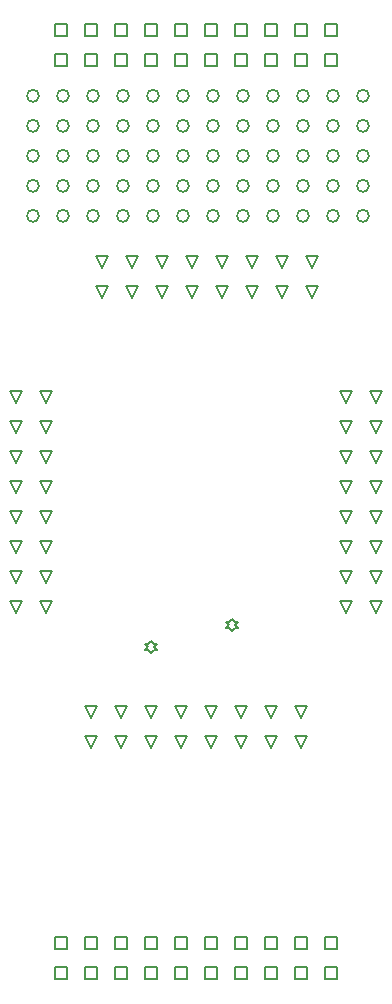
<source format=gbr>
%TF.GenerationSoftware,Altium Limited,Altium Designer,23.4.1 (23)*%
G04 Layer_Color=2752767*
%FSLAX45Y45*%
%MOMM*%
%TF.SameCoordinates,37F79050-5382-499E-8BED-BD4E09E40BF1*%
%TF.FilePolarity,Positive*%
%TF.FileFunction,Drawing*%
%TF.Part,Single*%
G01*
G75*
%TA.AperFunction,NonConductor*%
%ADD27C,0.12700*%
%ADD112C,0.16933*%
D27*
X2743200Y8441200D02*
Y8542800D01*
X2844800D01*
Y8441200D01*
X2743200D01*
Y8187200D02*
Y8288800D01*
X2844800D01*
Y8187200D01*
X2743200D01*
X2489200Y8441200D02*
Y8542800D01*
X2590800D01*
Y8441200D01*
X2489200D01*
Y8187200D02*
Y8288800D01*
X2590800D01*
Y8187200D01*
X2489200D01*
X2235200Y8441200D02*
Y8542800D01*
X2336800D01*
Y8441200D01*
X2235200D01*
Y8187200D02*
Y8288800D01*
X2336800D01*
Y8187200D01*
X2235200D01*
X1981200Y8441200D02*
Y8542800D01*
X2082800D01*
Y8441200D01*
X1981200D01*
Y8187200D02*
Y8288800D01*
X2082800D01*
Y8187200D01*
X1981200D01*
X1727200Y8441200D02*
Y8542800D01*
X1828800D01*
Y8441200D01*
X1727200D01*
Y8187200D02*
Y8288800D01*
X1828800D01*
Y8187200D01*
X1727200D01*
X1473200Y8441200D02*
Y8542800D01*
X1574800D01*
Y8441200D01*
X1473200D01*
Y8187200D02*
Y8288800D01*
X1574800D01*
Y8187200D01*
X1473200D01*
X1219200Y8441200D02*
Y8542800D01*
X1320800D01*
Y8441200D01*
X1219200D01*
Y8187200D02*
Y8288800D01*
X1320800D01*
Y8187200D01*
X1219200D01*
X965200Y8441200D02*
Y8542800D01*
X1066800D01*
Y8441200D01*
X965200D01*
Y8187200D02*
Y8288800D01*
X1066800D01*
Y8187200D01*
X965200D01*
X711200Y8441200D02*
Y8542800D01*
X812800D01*
Y8441200D01*
X711200D01*
Y8187200D02*
Y8288800D01*
X812800D01*
Y8187200D01*
X711200D01*
X457200Y8441200D02*
Y8542800D01*
X558800D01*
Y8441200D01*
X457200D01*
Y8187200D02*
Y8288800D01*
X558800D01*
Y8187200D01*
X457200D01*
X2743200Y711200D02*
Y812800D01*
X2844800D01*
Y711200D01*
X2743200D01*
Y457200D02*
Y558800D01*
X2844800D01*
Y457200D01*
X2743200D01*
X2489200Y711200D02*
Y812800D01*
X2590800D01*
Y711200D01*
X2489200D01*
Y457200D02*
Y558800D01*
X2590800D01*
Y457200D01*
X2489200D01*
X2235200Y711200D02*
Y812800D01*
X2336800D01*
Y711200D01*
X2235200D01*
Y457200D02*
Y558800D01*
X2336800D01*
Y457200D01*
X2235200D01*
X1981200Y711200D02*
Y812800D01*
X2082800D01*
Y711200D01*
X1981200D01*
Y457200D02*
Y558800D01*
X2082800D01*
Y457200D01*
X1981200D01*
X1727200Y711200D02*
Y812800D01*
X1828800D01*
Y711200D01*
X1727200D01*
Y457200D02*
Y558800D01*
X1828800D01*
Y457200D01*
X1727200D01*
X1473200Y711200D02*
Y812800D01*
X1574800D01*
Y711200D01*
X1473200D01*
Y457200D02*
Y558800D01*
X1574800D01*
Y457200D01*
X1473200D01*
X1219200Y711200D02*
Y812800D01*
X1320800D01*
Y711200D01*
X1219200D01*
Y457200D02*
Y558800D01*
X1320800D01*
Y457200D01*
X1219200D01*
X965200Y711200D02*
Y812800D01*
X1066800D01*
Y711200D01*
X965200D01*
Y457200D02*
Y558800D01*
X1066800D01*
Y457200D01*
X965200D01*
X711200Y711200D02*
Y812800D01*
X812800D01*
Y711200D01*
X711200D01*
Y457200D02*
Y558800D01*
X812800D01*
Y457200D01*
X711200D01*
X457200Y711200D02*
Y812800D01*
X558800D01*
Y711200D01*
X457200D01*
Y457200D02*
Y558800D01*
X558800D01*
Y457200D01*
X457200D01*
X3173000Y3560200D02*
X3122200Y3661800D01*
X3223800D01*
X3173000Y3560200D01*
X2919000D02*
X2868200Y3661800D01*
X2969800D01*
X2919000Y3560200D01*
X3173000Y3814200D02*
X3122200Y3915800D01*
X3223800D01*
X3173000Y3814200D01*
X2919000D02*
X2868200Y3915800D01*
X2969800D01*
X2919000Y3814200D01*
X3173000Y4068200D02*
X3122200Y4169800D01*
X3223800D01*
X3173000Y4068200D01*
X2919000D02*
X2868200Y4169800D01*
X2969800D01*
X2919000Y4068200D01*
X3173000Y4322200D02*
X3122200Y4423800D01*
X3223800D01*
X3173000Y4322200D01*
X2919000D02*
X2868200Y4423800D01*
X2969800D01*
X2919000Y4322200D01*
X3173000Y4576200D02*
X3122200Y4677800D01*
X3223800D01*
X3173000Y4576200D01*
X2919000D02*
X2868200Y4677800D01*
X2969800D01*
X2919000Y4576200D01*
X3173000Y4830200D02*
X3122200Y4931800D01*
X3223800D01*
X3173000Y4830200D01*
X2919000D02*
X2868200Y4931800D01*
X2969800D01*
X2919000Y4830200D01*
X3173000Y5084200D02*
X3122200Y5185800D01*
X3223800D01*
X3173000Y5084200D01*
X2919000D02*
X2868200Y5185800D01*
X2969800D01*
X2919000Y5084200D01*
X3173000Y5338200D02*
X3122200Y5439800D01*
X3223800D01*
X3173000Y5338200D01*
X2919000D02*
X2868200Y5439800D01*
X2969800D01*
X2919000Y5338200D01*
X127000D02*
X76200Y5439800D01*
X177800D01*
X127000Y5338200D01*
X381000D02*
X330200Y5439800D01*
X431800D01*
X381000Y5338200D01*
X127000Y5084200D02*
X76200Y5185800D01*
X177800D01*
X127000Y5084200D01*
X381000D02*
X330200Y5185800D01*
X431800D01*
X381000Y5084200D01*
X127000Y4830200D02*
X76200Y4931800D01*
X177800D01*
X127000Y4830200D01*
X381000D02*
X330200Y4931800D01*
X431800D01*
X381000Y4830200D01*
X127000Y4576200D02*
X76200Y4677800D01*
X177800D01*
X127000Y4576200D01*
X381000D02*
X330200Y4677800D01*
X431800D01*
X381000Y4576200D01*
X127000Y4322200D02*
X76200Y4423800D01*
X177800D01*
X127000Y4322200D01*
X381000D02*
X330200Y4423800D01*
X431800D01*
X381000Y4322200D01*
X127000Y4068200D02*
X76200Y4169800D01*
X177800D01*
X127000Y4068200D01*
X381000D02*
X330200Y4169800D01*
X431800D01*
X381000Y4068200D01*
X127000Y3814200D02*
X76200Y3915800D01*
X177800D01*
X127000Y3814200D01*
X381000D02*
X330200Y3915800D01*
X431800D01*
X381000Y3814200D01*
X127000Y3560200D02*
X76200Y3661800D01*
X177800D01*
X127000Y3560200D01*
X381000D02*
X330200Y3661800D01*
X431800D01*
X381000Y3560200D01*
X761000Y2417200D02*
X710200Y2518800D01*
X811800D01*
X761000Y2417200D01*
Y2671200D02*
X710200Y2772800D01*
X811800D01*
X761000Y2671200D01*
X1015000Y2417200D02*
X964200Y2518800D01*
X1065800D01*
X1015000Y2417200D01*
Y2671200D02*
X964200Y2772800D01*
X1065800D01*
X1015000Y2671200D01*
X1269000Y2417200D02*
X1218200Y2518800D01*
X1319800D01*
X1269000Y2417200D01*
Y2671200D02*
X1218200Y2772800D01*
X1319800D01*
X1269000Y2671200D01*
X1523000Y2417200D02*
X1472200Y2518800D01*
X1573800D01*
X1523000Y2417200D01*
Y2671200D02*
X1472200Y2772800D01*
X1573800D01*
X1523000Y2671200D01*
X1777000Y2417200D02*
X1726200Y2518800D01*
X1827800D01*
X1777000Y2417200D01*
Y2671200D02*
X1726200Y2772800D01*
X1827800D01*
X1777000Y2671200D01*
X2031000Y2417200D02*
X1980200Y2518800D01*
X2081800D01*
X2031000Y2417200D01*
Y2671200D02*
X1980200Y2772800D01*
X2081800D01*
X2031000Y2671200D01*
X2285000Y2417200D02*
X2234200Y2518800D01*
X2335800D01*
X2285000Y2417200D01*
Y2671200D02*
X2234200Y2772800D01*
X2335800D01*
X2285000Y2671200D01*
X2539000Y2417200D02*
X2488200Y2518800D01*
X2589800D01*
X2539000Y2417200D01*
Y2671200D02*
X2488200Y2772800D01*
X2589800D01*
X2539000Y2671200D01*
X2635250Y6481200D02*
X2584450Y6582800D01*
X2686050D01*
X2635250Y6481200D01*
Y6227200D02*
X2584450Y6328800D01*
X2686050D01*
X2635250Y6227200D01*
X2381250Y6481200D02*
X2330450Y6582800D01*
X2432050D01*
X2381250Y6481200D01*
Y6227200D02*
X2330450Y6328800D01*
X2432050D01*
X2381250Y6227200D01*
X2127250Y6481200D02*
X2076450Y6582800D01*
X2178050D01*
X2127250Y6481200D01*
Y6227200D02*
X2076450Y6328800D01*
X2178050D01*
X2127250Y6227200D01*
X1873250Y6481200D02*
X1822450Y6582800D01*
X1924050D01*
X1873250Y6481200D01*
Y6227200D02*
X1822450Y6328800D01*
X1924050D01*
X1873250Y6227200D01*
X1619250Y6481200D02*
X1568450Y6582800D01*
X1670050D01*
X1619250Y6481200D01*
Y6227200D02*
X1568450Y6328800D01*
X1670050D01*
X1619250Y6227200D01*
X1365250Y6481200D02*
X1314450Y6582800D01*
X1416050D01*
X1365250Y6481200D01*
Y6227200D02*
X1314450Y6328800D01*
X1416050D01*
X1365250Y6227200D01*
X1111250Y6481200D02*
X1060450Y6582800D01*
X1162050D01*
X1111250Y6481200D01*
Y6227200D02*
X1060450Y6328800D01*
X1162050D01*
X1111250Y6227200D01*
X857250Y6481200D02*
X806450Y6582800D01*
X908050D01*
X857250Y6481200D01*
Y6227200D02*
X806450Y6328800D01*
X908050D01*
X857250Y6227200D01*
X1270000Y3219450D02*
X1295400Y3244850D01*
X1320800D01*
X1295400Y3270250D01*
X1320800Y3295650D01*
X1295400D01*
X1270000Y3321050D01*
X1244600Y3295650D01*
X1219200D01*
X1244600Y3270250D01*
X1219200Y3244850D01*
X1244600D01*
X1270000Y3219450D01*
X1952625Y3409950D02*
X1978025Y3435350D01*
X2003425D01*
X1978025Y3460750D01*
X2003425Y3486150D01*
X1978025D01*
X1952625Y3511550D01*
X1927225Y3486150D01*
X1901825D01*
X1927225Y3460750D01*
X1901825Y3435350D01*
X1927225D01*
X1952625Y3409950D01*
D112*
X2606675Y6921500D02*
G03*
X2606675Y6921500I-50800J0D01*
G01*
X2352675D02*
G03*
X2352675Y6921500I-50800J0D01*
G01*
X2860675D02*
G03*
X2860675Y6921500I-50800J0D01*
G01*
X3114675D02*
G03*
X3114675Y6921500I-50800J0D01*
G01*
X1590675D02*
G03*
X1590675Y6921500I-50800J0D01*
G01*
X1844675D02*
G03*
X1844675Y6921500I-50800J0D01*
G01*
X2098675D02*
G03*
X2098675Y6921500I-50800J0D01*
G01*
X1336675D02*
G03*
X1336675Y6921500I-50800J0D01*
G01*
X828675D02*
G03*
X828675Y6921500I-50800J0D01*
G01*
X574675D02*
G03*
X574675Y6921500I-50800J0D01*
G01*
X1082675D02*
G03*
X1082675Y6921500I-50800J0D01*
G01*
X320675D02*
G03*
X320675Y6921500I-50800J0D01*
G01*
X2606675Y7175500D02*
G03*
X2606675Y7175500I-50800J0D01*
G01*
X2352675D02*
G03*
X2352675Y7175500I-50800J0D01*
G01*
X2860675D02*
G03*
X2860675Y7175500I-50800J0D01*
G01*
X3114675D02*
G03*
X3114675Y7175500I-50800J0D01*
G01*
X1590675D02*
G03*
X1590675Y7175500I-50800J0D01*
G01*
X1844675D02*
G03*
X1844675Y7175500I-50800J0D01*
G01*
X2098675D02*
G03*
X2098675Y7175500I-50800J0D01*
G01*
X1336675D02*
G03*
X1336675Y7175500I-50800J0D01*
G01*
X828675D02*
G03*
X828675Y7175500I-50800J0D01*
G01*
X574675D02*
G03*
X574675Y7175500I-50800J0D01*
G01*
X1082675D02*
G03*
X1082675Y7175500I-50800J0D01*
G01*
X320675D02*
G03*
X320675Y7175500I-50800J0D01*
G01*
Y7429500D02*
G03*
X320675Y7429500I-50800J0D01*
G01*
X1082675D02*
G03*
X1082675Y7429500I-50800J0D01*
G01*
X574675D02*
G03*
X574675Y7429500I-50800J0D01*
G01*
X828675D02*
G03*
X828675Y7429500I-50800J0D01*
G01*
X1336675D02*
G03*
X1336675Y7429500I-50800J0D01*
G01*
X2098675D02*
G03*
X2098675Y7429500I-50800J0D01*
G01*
X1844675D02*
G03*
X1844675Y7429500I-50800J0D01*
G01*
X1590675D02*
G03*
X1590675Y7429500I-50800J0D01*
G01*
X3114675D02*
G03*
X3114675Y7429500I-50800J0D01*
G01*
X2860675D02*
G03*
X2860675Y7429500I-50800J0D01*
G01*
X2352675D02*
G03*
X2352675Y7429500I-50800J0D01*
G01*
X2606675D02*
G03*
X2606675Y7429500I-50800J0D01*
G01*
X2352675Y7937500D02*
G03*
X2352675Y7937500I-50800J0D01*
G01*
Y7683500D02*
G03*
X2352675Y7683500I-50800J0D01*
G01*
X2606675D02*
G03*
X2606675Y7683500I-50800J0D01*
G01*
Y7937500D02*
G03*
X2606675Y7937500I-50800J0D01*
G01*
X3114675D02*
G03*
X3114675Y7937500I-50800J0D01*
G01*
Y7683500D02*
G03*
X3114675Y7683500I-50800J0D01*
G01*
X2860675D02*
G03*
X2860675Y7683500I-50800J0D01*
G01*
Y7937500D02*
G03*
X2860675Y7937500I-50800J0D01*
G01*
X1336675D02*
G03*
X1336675Y7937500I-50800J0D01*
G01*
Y7683500D02*
G03*
X1336675Y7683500I-50800J0D01*
G01*
X1590675D02*
G03*
X1590675Y7683500I-50800J0D01*
G01*
Y7937500D02*
G03*
X1590675Y7937500I-50800J0D01*
G01*
X2098675D02*
G03*
X2098675Y7937500I-50800J0D01*
G01*
Y7683500D02*
G03*
X2098675Y7683500I-50800J0D01*
G01*
X1844675D02*
G03*
X1844675Y7683500I-50800J0D01*
G01*
Y7937500D02*
G03*
X1844675Y7937500I-50800J0D01*
G01*
X828675D02*
G03*
X828675Y7937500I-50800J0D01*
G01*
Y7683500D02*
G03*
X828675Y7683500I-50800J0D01*
G01*
X1082675D02*
G03*
X1082675Y7683500I-50800J0D01*
G01*
Y7937500D02*
G03*
X1082675Y7937500I-50800J0D01*
G01*
X574675D02*
G03*
X574675Y7937500I-50800J0D01*
G01*
Y7683500D02*
G03*
X574675Y7683500I-50800J0D01*
G01*
X320675D02*
G03*
X320675Y7683500I-50800J0D01*
G01*
Y7937500D02*
G03*
X320675Y7937500I-50800J0D01*
G01*
%TF.MD5,67474addcd4ce742e2d20c133bdba5fb*%
M02*

</source>
